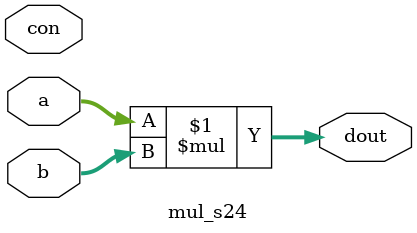
<source format=v>

module mul_s24 (
	a, b, dout, con
);
	input signed [23:0] a, b;
//	input signed [7:0] b;
	output signed [47:0] dout;
	input con;

	// -> t« 24x24=48 rbgæZ
	assign dout = a * b;

endmodule

</source>
